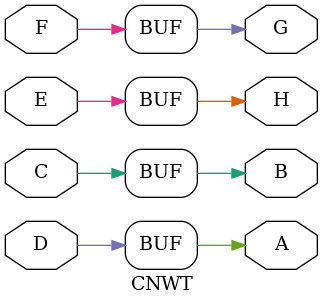
<source format=v>
module CNWT ( D, A, C, B, E, H, F, G );
//            T  T  T  T  T  T  T  T
  input D, C, E, F;
  output A, B, H, G;

  // CTDL Emitter follower NPN: DE
  // Drawing 729841, production drawing 371260

  assign A = D;
  assign B = C;
  assign H = E;
  assign G = F;

endmodule

</source>
